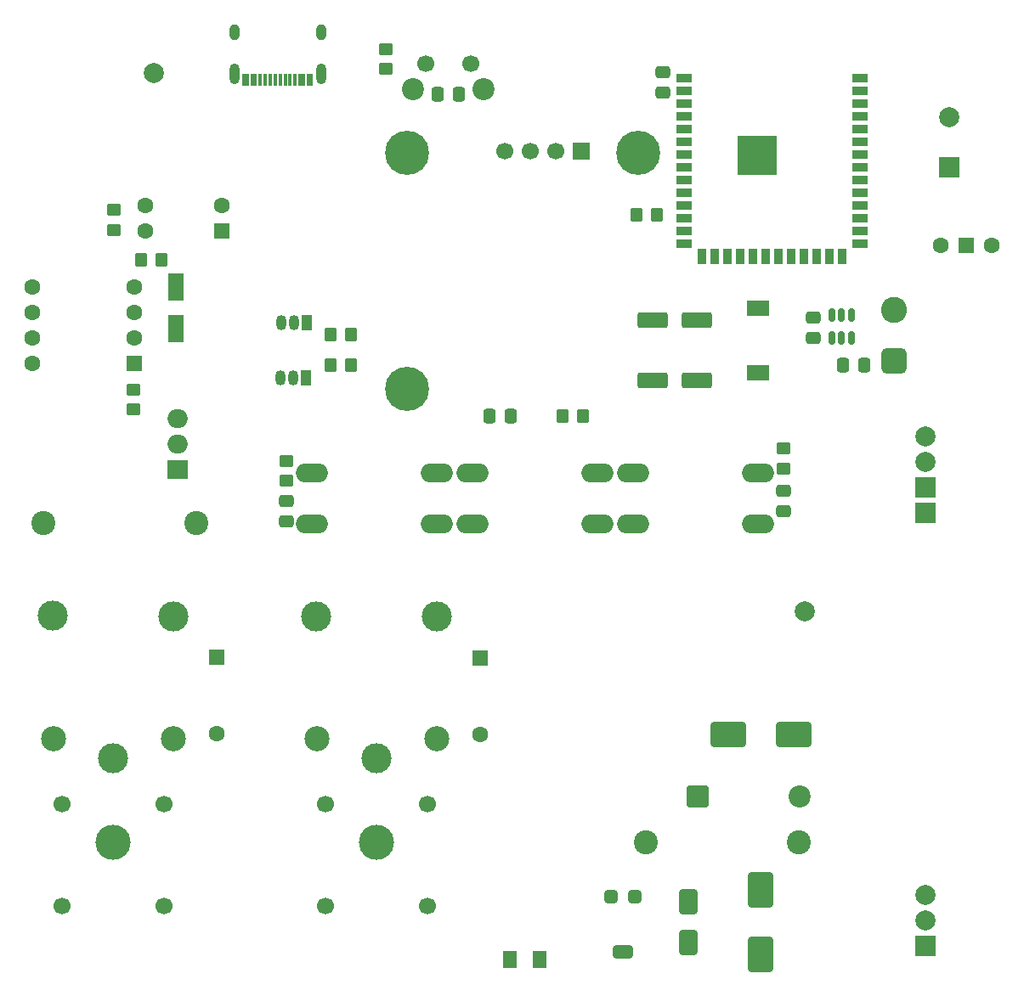
<source format=gbr>
%TF.GenerationSoftware,KiCad,Pcbnew,9.0.6*%
%TF.CreationDate,2026-01-02T13:15:05-05:00*%
%TF.ProjectId,Ionto,496f6e74-6f2e-46b6-9963-61645f706362,rev?*%
%TF.SameCoordinates,Original*%
%TF.FileFunction,Soldermask,Top*%
%TF.FilePolarity,Negative*%
%FSLAX46Y46*%
G04 Gerber Fmt 4.6, Leading zero omitted, Abs format (unit mm)*
G04 Created by KiCad (PCBNEW 9.0.6) date 2026-01-02 13:15:05*
%MOMM*%
%LPD*%
G01*
G04 APERTURE LIST*
G04 Aperture macros list*
%AMRoundRect*
0 Rectangle with rounded corners*
0 $1 Rounding radius*
0 $2 $3 $4 $5 $6 $7 $8 $9 X,Y pos of 4 corners*
0 Add a 4 corners polygon primitive as box body*
4,1,4,$2,$3,$4,$5,$6,$7,$8,$9,$2,$3,0*
0 Add four circle primitives for the rounded corners*
1,1,$1+$1,$2,$3*
1,1,$1+$1,$4,$5*
1,1,$1+$1,$6,$7*
1,1,$1+$1,$8,$9*
0 Add four rect primitives between the rounded corners*
20,1,$1+$1,$2,$3,$4,$5,0*
20,1,$1+$1,$4,$5,$6,$7,0*
20,1,$1+$1,$6,$7,$8,$9,0*
20,1,$1+$1,$8,$9,$2,$3,0*%
G04 Aperture macros list end*
%ADD10RoundRect,0.250000X0.350000X0.450000X-0.350000X0.450000X-0.350000X-0.450000X0.350000X-0.450000X0*%
%ADD11RoundRect,0.250000X0.650000X-1.000000X0.650000X1.000000X-0.650000X1.000000X-0.650000X-1.000000X0*%
%ADD12RoundRect,0.250000X-0.450000X0.350000X-0.450000X-0.350000X0.450000X-0.350000X0.450000X0.350000X0*%
%ADD13RoundRect,0.250000X0.337500X0.475000X-0.337500X0.475000X-0.337500X-0.475000X0.337500X-0.475000X0*%
%ADD14C,2.600000*%
%ADD15C,4.400000*%
%ADD16O,3.200000X1.900000*%
%ADD17C,1.700000*%
%ADD18C,3.500000*%
%ADD19RoundRect,0.250000X0.550000X0.550000X-0.550000X0.550000X-0.550000X-0.550000X0.550000X-0.550000X0*%
%ADD20C,1.600000*%
%ADD21RoundRect,0.250001X0.462499X0.624999X-0.462499X0.624999X-0.462499X-0.624999X0.462499X-0.624999X0*%
%ADD22R,1.050000X1.500000*%
%ADD23O,1.050000X1.500000*%
%ADD24C,2.000000*%
%ADD25RoundRect,0.650000X0.650000X-0.650000X0.650000X0.650000X-0.650000X0.650000X-0.650000X-0.650000X0*%
%ADD26RoundRect,0.250000X-0.475000X0.337500X-0.475000X-0.337500X0.475000X-0.337500X0.475000X0.337500X0*%
%ADD27RoundRect,0.250000X0.550000X-1.137500X0.550000X1.137500X-0.550000X1.137500X-0.550000X-1.137500X0*%
%ADD28RoundRect,0.250000X-1.500000X-1.000000X1.500000X-1.000000X1.500000X1.000000X-1.500000X1.000000X0*%
%ADD29R,2.200000X1.500000*%
%ADD30RoundRect,0.150000X-0.150000X0.512500X-0.150000X-0.512500X0.150000X-0.512500X0.150000X0.512500X0*%
%ADD31RoundRect,0.250000X0.475000X-0.337500X0.475000X0.337500X-0.475000X0.337500X-0.475000X-0.337500X0*%
%ADD32R,1.700000X1.700000*%
%ADD33RoundRect,0.250000X1.250000X0.550000X-1.250000X0.550000X-1.250000X-0.550000X1.250000X-0.550000X0*%
%ADD34C,2.200000*%
%ADD35R,2.000000X1.905000*%
%ADD36O,2.000000X1.905000*%
%ADD37C,3.000000*%
%ADD38C,2.500000*%
%ADD39RoundRect,0.250000X1.000000X-1.500000X1.000000X1.500000X-1.000000X1.500000X-1.000000X-1.500000X0*%
%ADD40RoundRect,0.250000X-0.400000X-0.400000X0.400000X-0.400000X0.400000X0.400000X-0.400000X0.400000X0*%
%ADD41RoundRect,0.250000X-0.750000X-0.400000X0.750000X-0.400000X0.750000X0.400000X-0.750000X0.400000X0*%
%ADD42RoundRect,0.249999X-0.850001X-0.850001X0.850001X-0.850001X0.850001X0.850001X-0.850001X0.850001X0*%
%ADD43R,2.000000X2.000000*%
%ADD44C,2.400000*%
%ADD45RoundRect,0.250000X-0.337500X-0.475000X0.337500X-0.475000X0.337500X0.475000X-0.337500X0.475000X0*%
%ADD46RoundRect,0.250000X-0.550000X0.550000X-0.550000X-0.550000X0.550000X-0.550000X0.550000X0.550000X0*%
%ADD47R,1.500000X0.900000*%
%ADD48R,0.900000X1.500000*%
%ADD49C,0.600000*%
%ADD50R,3.900000X3.900000*%
%ADD51RoundRect,0.250000X0.450000X-0.350000X0.450000X0.350000X-0.450000X0.350000X-0.450000X-0.350000X0*%
%ADD52R,0.300000X1.150000*%
%ADD53O,1.000000X2.100000*%
%ADD54O,1.000000X1.600000*%
%ADD55R,1.500000X1.500000*%
G04 APERTURE END LIST*
D10*
%TO.C,R1*%
X80000000Y-35260000D03*
X78000000Y-35260000D03*
%TD*%
D11*
%TO.C,D1*%
X83150000Y-107760000D03*
X83150000Y-103760000D03*
%TD*%
D12*
%TO.C,R7*%
X43150000Y-59760000D03*
X43150000Y-61760000D03*
%TD*%
D13*
%TO.C,C1*%
X100687500Y-50235000D03*
X98612500Y-50235000D03*
%TD*%
D14*
%TO.C,H1*%
X78214000Y-29020000D03*
D15*
X78214000Y-29020000D03*
%TD*%
D16*
%TO.C,SW5*%
X45650000Y-61010000D03*
X58150000Y-61010000D03*
X45650000Y-66010000D03*
X58150000Y-66010000D03*
%TD*%
D17*
%TO.C,J5*%
X46990000Y-104170000D03*
X57150000Y-104170000D03*
X46990000Y-94010000D03*
X57150000Y-94010000D03*
D18*
X52070000Y-97810000D03*
%TD*%
D19*
%TO.C,U5*%
X27980000Y-50070000D03*
D20*
X27980000Y-47530000D03*
X27980000Y-44990000D03*
X27980000Y-42450000D03*
X17820000Y-42450000D03*
X17820000Y-44990000D03*
X17820000Y-47530000D03*
X17820000Y-50070000D03*
%TD*%
D21*
%TO.C,50mA1*%
X68387500Y-109510000D03*
X65412500Y-109510000D03*
%TD*%
D22*
%TO.C,Q1*%
X45110000Y-51510000D03*
D23*
X43840000Y-51510000D03*
X42570000Y-51510000D03*
%TD*%
D10*
%TO.C,R14*%
X30650000Y-39760000D03*
X28650000Y-39760000D03*
%TD*%
D24*
%TO.C,REF\u002A\u002A*%
X94800000Y-74760000D03*
%TD*%
D12*
%TO.C,R5*%
X92650000Y-58510000D03*
X92650000Y-60510000D03*
%TD*%
D25*
%TO.C,J1*%
X103650000Y-49800000D03*
D14*
X103650000Y-44720000D03*
%TD*%
D26*
%TO.C,C6*%
X92650000Y-62722500D03*
X92650000Y-64797500D03*
%TD*%
D27*
%TO.C,C11*%
X32150000Y-46572500D03*
X32150000Y-42447500D03*
%TD*%
D28*
%TO.C,C10*%
X87150000Y-87010000D03*
X93650000Y-87010000D03*
%TD*%
D10*
%TO.C,R6*%
X72650000Y-55260000D03*
X70650000Y-55260000D03*
%TD*%
D22*
%TO.C,Q2*%
X45150000Y-46010000D03*
D23*
X43880000Y-46010000D03*
X42610000Y-46010000D03*
%TD*%
D16*
%TO.C,SW4*%
X61650000Y-61010000D03*
X74150000Y-61010000D03*
X61650000Y-66010000D03*
X74150000Y-66010000D03*
%TD*%
D29*
%TO.C,L1*%
X90150000Y-50960000D03*
X90150000Y-44560000D03*
%TD*%
D30*
%TO.C,U2*%
X99400000Y-45235000D03*
X98450000Y-45235000D03*
X97500000Y-45235000D03*
X97500000Y-47510000D03*
X98450000Y-47510000D03*
X99400000Y-47510000D03*
%TD*%
D31*
%TO.C,C12*%
X80650000Y-23047500D03*
X80650000Y-20972500D03*
%TD*%
D32*
%TO.C,J2*%
X72497000Y-28860000D03*
D17*
X69957000Y-28860000D03*
X67417000Y-28860000D03*
X64877000Y-28860000D03*
%TD*%
D33*
%TO.C,C3*%
X84050000Y-51760000D03*
X79650000Y-51760000D03*
%TD*%
D12*
%TO.C,R4*%
X52999000Y-18701000D03*
X52999000Y-20701000D03*
%TD*%
D16*
%TO.C,SW3*%
X77650000Y-61010000D03*
X90150000Y-61010000D03*
X77650000Y-66010000D03*
X90150000Y-66010000D03*
%TD*%
D34*
%TO.C,SW2*%
X55749000Y-22701000D03*
X62749000Y-22701000D03*
D17*
X56999000Y-20201000D03*
X61499000Y-20201000D03*
%TD*%
D10*
%TO.C,R8*%
X49550000Y-50250000D03*
X47550000Y-50250000D03*
%TD*%
D35*
%TO.C,Q3*%
X32300000Y-60650000D03*
D36*
X32300000Y-58110000D03*
X32300000Y-55570000D03*
%TD*%
D26*
%TO.C,C8*%
X43150000Y-63722500D03*
X43150000Y-65797500D03*
%TD*%
D13*
%TO.C,C7*%
X65437500Y-55260000D03*
X63362500Y-55260000D03*
%TD*%
D37*
%TO.C,K1*%
X25850000Y-89410000D03*
D38*
X31900000Y-87460000D03*
D37*
X31900000Y-75260000D03*
X19850000Y-75210000D03*
D38*
X19900000Y-87460000D03*
%TD*%
D39*
%TO.C,C9*%
X90400000Y-109010000D03*
X90400000Y-102510000D03*
%TD*%
D14*
%TO.C,H3*%
X55114000Y-52580000D03*
D15*
X55114000Y-52580000D03*
%TD*%
D40*
%TO.C,RV1*%
X77800000Y-103260000D03*
D41*
X76650000Y-108760000D03*
D40*
X75500000Y-103260000D03*
%TD*%
D33*
%TO.C,C4*%
X84050000Y-45760000D03*
X79650000Y-45760000D03*
%TD*%
D42*
%TO.C,D4*%
X84070000Y-93260000D03*
D34*
X94230000Y-93260000D03*
%TD*%
D43*
%TO.C,BZ1*%
X109150000Y-30510000D03*
D24*
X109150000Y-25510000D03*
%TD*%
D26*
%TO.C,C2*%
X95650000Y-45447500D03*
X95650000Y-47522500D03*
%TD*%
D37*
%TO.C,K2*%
X52100000Y-89460000D03*
D38*
X58150000Y-87510000D03*
D37*
X58150000Y-75310000D03*
X46100000Y-75260000D03*
D38*
X46150000Y-87510000D03*
%TD*%
D44*
%TO.C,R12*%
X94150000Y-97760000D03*
X78910000Y-97760000D03*
%TD*%
D45*
%TO.C,C5*%
X58211500Y-23201000D03*
X60286500Y-23201000D03*
%TD*%
D46*
%TO.C,D2*%
X36150000Y-79340000D03*
D20*
X36150000Y-86960000D03*
%TD*%
D17*
%TO.C,J4*%
X20740000Y-104120000D03*
X30900000Y-104120000D03*
X20740000Y-93960000D03*
X30900000Y-93960000D03*
D18*
X25820000Y-97760000D03*
%TD*%
D44*
%TO.C,R11*%
X34150000Y-66000000D03*
X18910000Y-66000000D03*
%TD*%
D47*
%TO.C,U3*%
X82779216Y-21600000D03*
X82779216Y-22870000D03*
X82779216Y-24140000D03*
X82779216Y-25410000D03*
X82779216Y-26680000D03*
X82779216Y-27950000D03*
X82779216Y-29220000D03*
X82779216Y-30490000D03*
X82779216Y-31760000D03*
X82779216Y-33030000D03*
X82779216Y-34300000D03*
X82779216Y-35570000D03*
X82779216Y-36840000D03*
X82779216Y-38110000D03*
D48*
X84544216Y-39360000D03*
X85814216Y-39360000D03*
X87084216Y-39360000D03*
X88354216Y-39360000D03*
X89624216Y-39360000D03*
X90894216Y-39360000D03*
X92164216Y-39360000D03*
X93434216Y-39360000D03*
X94704216Y-39360000D03*
X95974216Y-39360000D03*
X97244216Y-39360000D03*
X98514216Y-39360000D03*
D47*
X100279216Y-38110000D03*
X100279216Y-36840000D03*
X100279216Y-35570000D03*
X100279216Y-34300000D03*
X100279216Y-33030000D03*
X100279216Y-31760000D03*
X100279216Y-30490000D03*
X100279216Y-29220000D03*
X100279216Y-27950000D03*
X100279216Y-26680000D03*
X100279216Y-25410000D03*
X100279216Y-24140000D03*
X100279216Y-22870000D03*
X100279216Y-21600000D03*
D49*
X88629216Y-28620000D03*
X88629216Y-30020000D03*
X89329216Y-27920000D03*
X89329216Y-29320000D03*
X89329216Y-30720000D03*
X90029216Y-28620000D03*
D50*
X90029216Y-29320000D03*
D49*
X90029216Y-30020000D03*
X90729216Y-27920000D03*
X90729216Y-29320000D03*
X90729216Y-30720000D03*
X91429216Y-28620000D03*
X91429216Y-30020000D03*
%TD*%
D24*
%TO.C,U4*%
X106800000Y-57310000D03*
X106800000Y-59850000D03*
D43*
X106800000Y-62390000D03*
X106800000Y-64930000D03*
D24*
X106800000Y-103030000D03*
X106800000Y-105570000D03*
D43*
X106800000Y-108110000D03*
%TD*%
D14*
%TO.C,H2*%
X55114000Y-29020000D03*
D15*
X55114000Y-29020000D03*
%TD*%
D51*
%TO.C,R13*%
X25900000Y-36760000D03*
X25900000Y-34760000D03*
%TD*%
D24*
%TO.C,REF\u002A\u002A*%
X29900000Y-21060000D03*
%TD*%
D52*
%TO.C,J3*%
X45600000Y-21735000D03*
X44800000Y-21735000D03*
X43500000Y-21735000D03*
X42500000Y-21735000D03*
X42000000Y-21735000D03*
X41000000Y-21735000D03*
X39700000Y-21735000D03*
X38900000Y-21735000D03*
X39200000Y-21735000D03*
X40000000Y-21735000D03*
X40500000Y-21735000D03*
X41500000Y-21735000D03*
X43000000Y-21735000D03*
X44000000Y-21735000D03*
X44500000Y-21735000D03*
X45300000Y-21735000D03*
D53*
X46570000Y-21170000D03*
D54*
X46570000Y-16990000D03*
D53*
X37930000Y-21170000D03*
D54*
X37930000Y-16990000D03*
%TD*%
D51*
%TO.C,R10*%
X27900000Y-54660000D03*
X27900000Y-52660000D03*
%TD*%
D46*
%TO.C,D3*%
X62400000Y-79450000D03*
D20*
X62400000Y-87070000D03*
%TD*%
D55*
%TO.C,SW1*%
X110860000Y-38260000D03*
D20*
X113400000Y-38260000D03*
X108320000Y-38260000D03*
%TD*%
D19*
%TO.C,U6*%
X36650000Y-36800000D03*
D20*
X36650000Y-34260000D03*
X29030000Y-34260000D03*
X29030000Y-36800000D03*
%TD*%
D10*
%TO.C,R9*%
X49550000Y-47200000D03*
X47550000Y-47200000D03*
%TD*%
M02*

</source>
